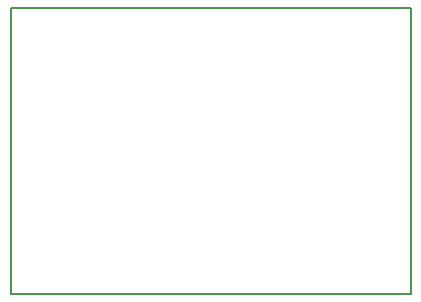
<source format=gbr>
G04 #@! TF.GenerationSoftware,KiCad,Pcbnew,(5.0.0-3-g5ebb6b6)*
G04 #@! TF.CreationDate,2019-05-02T12:54:23+02:00*
G04 #@! TF.ProjectId,Encoder assembly 2,456E636F64657220617373656D626C79,rev?*
G04 #@! TF.SameCoordinates,Original*
G04 #@! TF.FileFunction,Profile,NP*
%FSLAX46Y46*%
G04 Gerber Fmt 4.6, Leading zero omitted, Abs format (unit mm)*
G04 Created by KiCad (PCBNEW (5.0.0-3-g5ebb6b6)) date Thursday, 02 May 2019 at 12:54:23*
%MOMM*%
%LPD*%
G01*
G04 APERTURE LIST*
%ADD10C,0.150000*%
G04 APERTURE END LIST*
D10*
X143450000Y-72050000D02*
X109600000Y-72050000D01*
X143450000Y-96250000D02*
X143450000Y-72050000D01*
X109600000Y-96250000D02*
X143450000Y-96250000D01*
X109600000Y-72050000D02*
X109600000Y-96200000D01*
M02*

</source>
